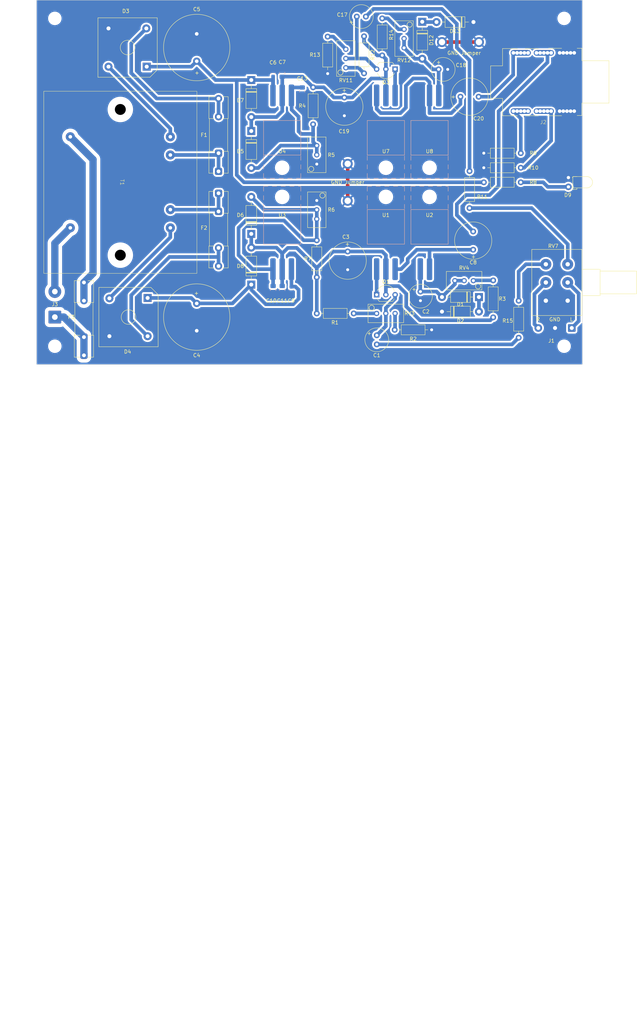
<source format=kicad_pcb>
(kicad_pcb (version 20221018) (generator pcbnew)
  (layers (0 "F.Cu" signal) (31 "B.Cu" signal) (34 "B.Paste" user) (35 "F.Paste" user) (36 "B.SilkS" user "B.Silkscreen") (37 "F.SilkS" user "F.Silkscreen") (38 "B.Mask" user) (39 "F.Mask" user) (44 "Edge.Cuts" user))
  (net 0 "")
  (net 1 "Net-(D1-K)")
  (net 2 "Net-(D1-A)")
  (net 3 "GND")
  (net 4 "Net-(C1-Pad2)")
  (net 5 "Net-(D3-Pad2)")
  (net 6 "Net-(C17-Pad2)")
  (net 7 "/Power Supply/22.9v")
  (net 8 "Net-(D5-A)")
  (net 9 "/Power Supply/+15V (R)")
  (net 10 "Net-(D6-A)")
  (net 11 "Net-(D12-K)")
  (net 12 "Net-(D12-A)")
  (net 13 "Net-(Q1-E)")
  (net 14 "Net-(Q1-B)")
  (net 15 "Net-(Q3-E)")
  (net 16 "Net-(Q3-B)")
  (net 17 "Net-(C8-Pad1)")
  (net 18 "/Right Amplifier Channel/Signal Output")
  (net 19 "/Power Supply/17.3v AC")
  (net 20 "/Left Amplifier Channel/15V")
  (net 21 "Net-(C20-Pad1)")
  (net 22 "/Left Amplifier Channel/Signal Output")
  (net 23 "Net-(J3-Pin_1)")
  (net 24 "Net-(R1-Pad2)")
  (net 25 "Net-(R2-Pad1)")
  (net 26 "Net-(R3-Pad2)")
  (net 27 "Net-(R12-Pad2)")
  (net 28 "Net-(R13-Pad1)")
  (net 29 "Net-(R14-Pad2)")
  (net 30 "/Right Amplifier Channel/Signal Input")
  (net 31 "/Left Amplifier Channel/Signal Input")
  (net 32 "Net-(F1-Pad1)")
  (net 33 "Net-(F2-Pad1)")
  (net 34 "Net-(F3-Pad2)")
  (net 35 "Net-(J3-Pin_2)")
  (net 36 "Net-(J2-PadRN)")
  (net 37 "Net-(J2-PadTN)")
  (net 38 "Net-(D4-+)")
  (net 39 "Net-(D4-Pad2)")
  (net 40 "Net-(D4-Pad4)")
  (net 41 "Net-(D9-A)")
  (net 42 "Net-(J1-Pin_1)")
  (net 43 "Net-(J1-Pin_3)")
  (footprint "Kerrin:Potentiometer_Bourns_3296W_Vertical" (layer "F.Cu") (at 127 105 90)
    (fp_text reference "R6")
    (fp_text value "5K")
  )
  (footprint "Kerrin:Resistor_Axial_0.25W_L6.3mm_D2.5mm_P10.16mm" (layer "F.Cu") (at 127 115.92 -90)
    (fp_text reference "R7")
    (fp_text value "R220")
  )
  (footprint "Kerrin:FrontPanel_LED_D3.0mm_Horizontal_O1.27mm_Z6.0mm" (layer "F.Cu") (at 196.175 101.25 90)
    (fp_text reference "D9")
    (fp_text value "PWR_LED")
  )
  (footprint "Diode_THT:D_DO-41_SOD81_P10.16mm_Horizontal" (layer "F.Cu") (at 109 85.92 -90)
    (fp_text reference "D5")
    (fp_text value "1N4002")
  )
  (footprint "Capacitor_THT:C_Radial_D10.0mm_H12.5mm_P5.00mm" (layer "F.Cu") (at 134.584851 76.724535 -90)
    (fp_text reference "C19")
    (fp_text value "470uF")
  )
  (footprint "Kerrin:Resistor_Axial_0.25W_L6.3mm_D2.5mm_P10.16mm" (layer "F.Cu") (at 127 136)
    (fp_text reference "R1")
    (fp_text value "10K")
  )
  (footprint "Diode_THT:D_DO-41_SOD81_P10.16mm_Horizontal" (layer "F.Cu") (at 109 114.16 90)
    (fp_text reference "D6")
    (fp_text value "1N4002")
  )
  (footprint "Capacitor_THT:C_Radial_D6.3mm_H11.0mm_P2.50mm" (layer "F.Cu") (at 143.5 142 -90)
    (fp_text reference "C1")
    (fp_text value "33uF")
  )
  (footprint "Connector_Wire:SolderWire-0.5sqmm_1x03_P4.6mm_D0.9mm_OD2.1mm" (layer "F.Cu") (at 197.1 140 180)
    (fp_text reference "J1")
    (fp_text value "Signal In")
  )
  (footprint "Kerrin:Resistor_Axial_0.25W_L6.3mm_D2.5mm_P10.16mm" (layer "F.Cu") (at 148.42 140.5)
    (fp_text reference "R2")
    (fp_text value "10K")
  )
  (footprint "Diode_THT:D_DO-41_SOD81_P10.16mm_Horizontal" (layer "F.Cu") (at 109 128.08 90)
    (fp_text reference "D8")
    (fp_text value "1N4002")
  )
  (footprint "Kerrin:Nichicon 4700uF, 35v, 85c - D18.0mm_H35.5mm_P7.50mm" (layer "F.Cu") (at 94 133.25 -90)
    (fp_text reference "C4")
    (fp_text value "4700uF")
  )
  (footprint "Diode_THT:D_DO-41_SOD81_P10.16mm_Horizontal" (layer "F.Cu") (at 161.42 135.5)
    (fp_text reference "D2")
    (fp_text value "1N4001")
  )
  (footprint "MountingHole:MountingHole_3.2mm_M3" (layer "F.Cu") (at 195 145)
    (fp_text reference "REF**" hide)
    (fp_text value "MountingHole_3.2mm_M3" hide)
  )
  (footprint "Diode_THT:Diode_Bridge_Vishay_KBPC1" (layer "F.Cu") (at 80.5 131.75 -90)
    (fp_text reference "D4")
    (fp_text value "R Rectifier")
  )
  (footprint "Kerrin:Resistor_Axial_0.25W_L6.3mm_D2.5mm_P10.16mm" (layer "F.Cu") (at 145 65.16 90)
    (fp_text reference "R14")
    (fp_text value "15K")
  )
  (footprint "Kerrin:Myrra_44274_15v_10VA_Transformer" (layer "F.Cu") (at 73 100 -90)
    (fp_text reference "T1")
    (fp_text value "Myrra_41176_15v_10VA_Transformer")
  )
  (footprint "Kerrin:Potentiometer_Bourns_3296W_Vertical" (layer "F.Cu") (at 135 68.55 -90)
    (fp_text reference "RV11")
    (fp_text value "10K")
  )
  (footprint "Kerrin:Resistor_Axial_0.25W_L6.3mm_D2.5mm_P10.16mm" (layer "F.Cu") (at 182.5 132.5 -90)
    (fp_text reference "R15")
    (fp_text value "1R")
  )
  (footprint "Diode_THT:D_DO-41_SOD81_P10.16mm_Horizontal" (layer "F.Cu") (at 156 55.92 -90)
    (fp_text reference "D12")
    (fp_text value "1N4001")
  )
  (footprint "Connector_Wire:SolderWire-0.75sqmm_1x02_P7mm_D1.25mm_OD3.5mm" (layer "F.Cu") (at 55 137 90)
    (fp_text reference "J3")
    (fp_text value "Mains Input")
  )
  (footprint "Kerrin:Resistor_Axial_0.25W_L6.3mm_D2.5mm_P10.16mm" (layer "F.Cu") (at 183.08 92 180)
    (fp_text reference "R9")
    (fp_text value "1K")
  )
  (footprint "Kerrin:Amazon_Fuseholder-5x20mm_Littelfuse_111_Inline_P20.00x5.00mm_D1.05mm" (layer "F.Cu") (at 100 103 -90)
    (fp_text reference "F2")
    (fp_text value "Fuse")
  )
  (footprint "Kerrin:Resistor_Axial_0.25W_L6.3mm_D2.5mm_P10.16mm" (layer "F.Cu") (at 183.08 100 180)
    (fp_text reference "R8")
    (fp_text value "2K")
  )
  (footprint "MountingHole:MountingHole_3.2mm_M3" (layer "F.Cu") (at 55 145)
    (fp_text reference "REF**" hide)
    (fp_text value "MountingHole_3.2mm_M3" hide)
  )
  (footprint "Kerrin:Nichicon 4700uF, 35v, 85c - D18.0mm_H35.5mm_P7.50mm" (layer "F.Cu") (at 94 66.75 90)
    (fp_text reference "C5")
    (fp_text value "4700uF")
  )
  (footprint "Kerrin:Resistor_Axial_0.25W_L6.3mm_D2.5mm_P10.16mm" (layer "F.Cu") (at 140 59.92 -90)
    (fp_text reference "R12")
    (fp_text value "10K")
  )
  (footprint "Kerrin:Resistor_Axial_0.25W_L6.3mm_D2.5mm_P10.16mm" (layer "F.Cu") (at 130 60 -90)
    (fp_text reference "R13")
    (fp_text value "10K")
  )
  (footprint "Capacitor_THT:C_Radial_D6.3mm_H11.0mm_P2.50mm" (layer "F.Cu") (at 155.5 130 -90)
    (fp_text reference "C2")
    (fp_text value "33uF")
  )
  (footprint "Kerrin:Resistor_Axial_0.25W_L6.3mm_D2.5mm_P10.16mm" (layer "F.Cu") (at 175.5 137.08 90)
    (fp_text reference "R3")
    (fp_text value "15K")
  )
  (footprint "Kerrin:Amazon_Fuseholder-5x20mm_Littelfuse_111_Inline_P20.00x5.00mm_D1.05mm" (layer "F.Cu") (at 100 97 90)
    (fp_text reference "F1")
    (fp_text value "Fuse")
  )
  (footprint "Capacitor_THT:C_Radial_D10.0mm_H12.5mm_P5.00mm" (layer "F.Cu") (at 135.5 119 -90)
    (fp_text reference "C3")
    (fp_text value "470uF")
  )
  (footprint "Kerrin:Potentiometer_Bourns_3296W_Vertical" (layer "F.Cu") (at 143.45 136 180)
    (fp_text reference "RV3")
    (fp_text value "10K")
  )
  (footprint "Diode_THT:D_DO-41_SOD81_P10.16mm_Horizontal" (layer "F.Cu") (at 109 71.92 -90)
    (fp_text reference "D7")
    (fp_text value "1N4002")
  )
  (footprint "Diode_THT:D_DO-41_SOD81_P10.16mm_Horizontal" (layer "F.Cu") (at 171.58 131.5 180)
    (fp_text reference "D1")
    (fp_text value "1N4001")
  )
  (footprint "Kerrin:Potentiometer_Bourns_3296W_Vertical" (layer "F.Cu") (at 127 95 -90)
    (fp_text reference "R5")
    (fp_text value "5K")
  )
  (footprint "Connector_Wire:SolderWire-1sqmm_1x02_P5.4mm_D1.4mm_OD2.7mm" (layer "F.Cu") (at 135.5 105.08 90)
    (fp_text reference "GND Jumper")
    (fp_text value "SolderWire-1sqmm_1x02_P5.4mm_D1.4mm_OD2.7mm" hide)
  )
  (footprint "MountingHole:MountingHole_3.2mm_M3" (layer "F.Cu") (at 195 55)
    (fp_text reference "REF**" hide)
    (fp_text value "MountingHole_3.2mm_M3" hide)
  )
  (footprint "Capacitor_THT:C_Radial_D10.0mm_H12.5mm_P5.00mm" (layer "F.Cu") (at 170 118.5 90)
    (fp_text reference "C8")
    (fp_text value "470uF")
  )
  (footprint "Kerrin:Resistor_Axial_0.25W_L6.3mm_D2.5mm_P10.16mm" (layer "F.Cu") (at 126 84.08 90)
    (fp_text reference "R4")
    (fp_text value "R220")
  )
  (footprint "Package_TO_SOT_THT:TO-92_Inline_Wide" (layer "F.Cu") (at 143.46 130.86)
    (fp_text reference "Q1")
    (fp_text value "2SC1815")
  )
  (footprint "Kerrin:Resistor_Axial_0.25W_L6.3mm_D2.5mm_P10.16mm" (layer "F.Cu") (at 169 107.08 90)
    (fp_text reference "R11")
    (fp_text value "1R")
  )
  (footprint "Capacitor_THT:C_Radial_D6.3mm_H11.0mm_P2.50mm" (layer "F.Cu") (at 160.5 69)
    (fp_text reference "C18")
    (fp_text value "33uF")
  )
  (footprint "Kerrin:NMJ6HC-S" (layer "F.Cu") (at 189.425771 72.462797)
    (fp_text reference "J2")
    (fp_text value "Signal Output")
  )
  (footprint "Kerrin:Potentiometer_Bourns_3296W_Vertical" (layer "F.Cu") (at 170.05 127)
    (fp_text reference "RV4")
    (fp_text value "10K")
  )
  (footprint "Kerrin:Amazon_Fuseholder-5x20mm_Littelfuse_111_Inline_P20.00x5.00mm_D1.05mm" (layer "F.Cu") (at 63 147.5 90)
    (fp_text reference "F3")
    (fp_text value "Fuse")
  )
  (footprint "MountingHole:MountingHole_3.2mm_M3" (layer "F.Cu") (at 55 55)
    (fp_text reference "REF**" hide)
    (fp_text value "MountingHole_3.2mm_M3" hide)
  )
  (footprint "Kerrin:Dual_Potentiometer_Horizontal" (layer "F.Cu") (at 195.975 132.5 180)
    (fp_text reference "RV7")
    (fp_text value "Dual 100K Vol Pot")
  )
  (footprint "Kerrin:Potentiometer_Bourns_3296W_Vertical" (layer "F.Cu") (at 151 58 90)
    (fp_text reference "RV12")
    (fp_text value "10K")
  )
  (footprint "Connector_Wire:SolderWire-1sqmm_1x02_P5.4mm_D1.4mm_OD2.7mm" (layer "F.Cu") (at 171.58 61.5 180)
    (fp_text reference "GND Jumper")
    (fp_text value "SolderWire-1sqmm_1x02_P5.4mm_D1.4mm_OD2.7mm" hide)
  )
  (footprint "Capacitor_THT:C_Radial_D10.0mm_H12.5mm_P5.00mm" (layer "F.Cu") (at 166.5 76.5)
    (fp_text reference "C20")
    (fp_text value "470uF")
  )
  (footprint "Diode_THT:D_DO-41_SOD81_P10.16mm_Horizontal" (layer "F.Cu") (at 170.08 56 180)
    (fp_text reference "D13")
    (fp_text value "1N4001")
  )
  (footprint "Capacitor_THT:C_Radial_D6.3mm_H11.0mm_P2.50mm" (layer "F.Cu") (at 138 54.5)
    (fp_text reference "C17")
    (fp_text value "33uF")
  )
  (footprint "Kerrin:Resistor_Axial_0.25W_L6.3mm_D2.5mm_P10.16mm" (layer "F.Cu") (at 183.08 96 180)
    (fp_text reference "R10")
    (fp_text value "1K")
  )
  (footprint "Diode_THT:Diode_Bridge_Vishay_KBPC1" (layer "F.Cu") (at 80.25 68.25 180)
    (fp_text reference "D3")
    (fp_text value "L Rectifier")
  )
  (footprint "Package_TO_SOT_THT:TO-92_Inline_Wide" (layer "F.Cu") (at 148.54 68.937355 180)
    (fp_text reference "Q3")
    (fp_text value "2SC1815")
  )
  (footprint "Kerrin:TO-220-3_Horizontal_TabUp_FlatLegs" (layer "B.Cu") (at 146 83.15 180)
    (fp_text reference "U7")
    (fp_text value "TIP31C")
  )
  (footprint "Capacitor_SMD:C_0805_2012Metric_Pad1.18x1.45mm_HandSolder" (layer "B.Cu") (at 123 75 -90)
    (fp_text reference "C13")
    (fp_text value "22uF")
  )
  (footprint "Kerrin:TO-220-3_Horizontal_TabUp_FlatLegs" (layer "B.Cu") (at 146 116.85)
    (fp_text reference "U1")
    (fp_text value "TIP31C")
  )
  (footprint "Kerrin:TO-220-3_Horizontal_TabUp_FlatLegs" (layer "B.Cu") (at 117.5 116.851853)
    (fp_text reference "U3")
    (fp_text value "LM317")
  )
  (footprint "Capacitor_SMD:C_0603_1608Metric_Pad1.08x0.95mm_HandSolder" (layer "B.Cu") (at 115 70.1375 90)
    (fp_text reference "C6")
    (fp_text value "0.1uF")
  )
  (footprint "Capacitor_SMD:C_0805_2012Metric_Pad1.18x1.45mm_HandSolder" (layer "B.Cu") (at 117.5 70 90)
    (fp_text reference "C7")
    (fp_text value "1uF")
  )
  (footprint "Capacitor_SMD:C_0603_1608Metric_Pad1.08x0.95mm_HandSolder" (layer "B.Cu") (at 120 129.5 -90)
    (fp_text reference "C9")
    (fp_text value "0.1uF")
  )
  (footprint "Kerrin:TO-220-3_Horizontal_TabUp_FlatLegs" (layer "B.Cu") (at 158 116.85)
    (fp_text reference "U2")
    (fp_text value "TIP31C")
  )
  (footprint "Capacitor_SMD:C_0805_2012Metric_Pad1.18x1.45mm_HandSolder" (layer "B.Cu") (at 115 129.5 -90)
    (fp_text reference "C10")
    (fp_text value "22uF")
  )
  (footprint "Kerrin:TO-220-3_Horizontal_TabUp_FlatLegs" (layer "B.Cu") (at 117.5 83.15 180)
    (fp_text reference "U4")
    (fp_text value "LM317")
  )
  (footprint "Capacitor_SMD:C_0805_2012Metric_Pad1.18x1.45mm_HandSolder" (layer "B.Cu") (at 117.5 129.5 -90)
    (fp_text reference "C11")
    (fp_text value "1uF")
  )
  (footprint "Kerrin:TO-220-3_Horizontal_TabUp_FlatLegs" (layer "B.Cu") (at 158 83.15 180)
    (fp_text reference "U8")
    (fp_text value "TIP31C")
  )
  (gr_circle (center 128.556957 103.63043) (end 129.056957 104.13043) (stroke (width 0.15)) (fill none) (layer "F.SilkS"))
  (gr_circle (center 133.511592 69.843693) (end 134.011592 70.343693) (stroke (width 0.15)) (fill none) (layer "F.SilkS"))
  (gr_circle (center 125.477951 96.338048) (end 125.977951 96.838048) (stroke (width 0.15)) (fill none) (layer "F.SilkS"))
  (gr_circle (center 142.090999 134.456442) (end 142.590999 134.956442) (stroke (width 0.15)) (fill none) (layer "F.SilkS"))
  (gr_circle (center 171.347078 128.559421) (end 171.847078 129.059421) (stroke (width 0.15)) (fill none) (layer "F.SilkS"))
  (gr_circle (center 152.54257 56.703103) (end 153.04257 57.203103) (stroke (width 0.15)) (fill none) (layer "F.SilkS"))
  (gr_rect (start 50 50) (end 200 150) (stroke (width 0.1)) (fill none) (layer "Edge.Cuts"))
  (gr_text "L" (at 196.523603 138.245075) (layer "F.SilkS") (effects (font (size 1 1)) (justify left bottom)))
  (gr_text "GND" (at 190.825747 138.241679) (layer "F.SilkS") (effects (font (size 1 1)) (justify left bottom)))
  (gr_text "R" (at 187.225746 138.200623) (layer "F.SilkS") (effects (font (size 1 1)) (justify left bottom)))
  (segment (start 171.58 131.5) (end 171.58 135.5) (width 1) (layer "B.Cu") (net 1))
  (segment (start 155.46 123.85) (end 155.46 129.96) (width 1) (layer "B.Cu") (net 2))
  (segment (start 167.51 127) (end 164.97 127) (width 1) (layer "B.Cu") (net 2))
  (segment (start 164.97 127) (end 164.97 127.95) (width 1) (layer "B.Cu") (net 2))
  (segment (start 159.92 130) (end 155.5 130) (width 1) (layer "B.Cu") (net 2))
  (segment (start 155.46 129.96) (end 155.5 130) (width 1) (layer "B.Cu") (net 2))
  (segment (start 164.97 127.95) (end 161.42 131.5) (width 1) (layer "B.Cu") (net 2))
  (segment (start 161.42 131.5) (end 159.92 130) (width 1) (layer "B.Cu") (net 2))
  (segment (start 135.5 94.92) (end 135.5 105.08) (width 1) (layer "F.Cu") (net 3))
  (segment (start 161.42 61.5) (end 171.58 61.5) (width 1) (layer "F.Cu") (net 3))
  (segment (start 180.66 144.5) (end 182.5 142.66) (width 1) (layer "B.Cu") (net 4))
  (segment (start 143.5 144.5) (end 180.66 144.5) (width 1) (layer "B.Cu") (net 4))
  (segment (start 83 77) (end 100 77) (width 1) (layer "B.Cu") (net 5))
  (segment (start 100 82) (end 100 77) (width 1) (layer "B.Cu") (net 5))
  (segment (start 76 70) (end 83 77) (width 1) (layer "B.Cu") (net 5))
  (segment (start 76 61.9) (end 76 70) (width 1) (layer "B.Cu") (net 5))
  (segment (start 80.15 57.75) (end 76 61.9) (width 1) (layer "B.Cu") (net 5))
  (segment (start 165.5 63) (end 169 66.5) (width 1) (layer "B.Cu") (net 6))
  (segment (start 169 66.5) (end 169 96.92) (width 1) (layer "B.Cu") (net 6))
  (segment (start 142.613795 52.386205) (end 161.386205 52.386205) (width 1) (layer "B.Cu") (net 6))
  (segment (start 140.5 54.5) (end 142.613795 52.386205) (width 1) (layer "B.Cu") (net 6))
  (segment (start 165.5 56.5) (end 165.5 63) (width 1) (layer "B.Cu") (net 6))
  (segment (start 161.386205 52.386205) (end 165.5 56.5) (width 1) (layer "B.Cu") (net 6))
  (segment (start 115 76.11) (end 114.96 76.15) (width 1) (layer "B.Cu") (net 7))
  (segment (start 109 71.92) (end 114.92 71.92) (width 1) (layer "B.Cu") (net 7))
  (segment (start 105 71.92) (end 109 71.92) (width 1) (layer "B.Cu") (net 7))
  (segment (start 114.92 71.92) (end 114.96 71.96) (width 1) (layer "B.Cu") (net 7))
  (segment (start 114.96 71.96) (end 114.96 76.15) (width 1) (layer "B.Cu") (net 7))
  (segment (start 105 71.92) (end 105 98) (width 1) (layer "B.Cu") (net 7))
  (segment (start 99.17 71.92) (end 105 71.92) (width 1) (layer "B.Cu") (net 7))
  (segment (start 115 71) (end 115 76.11) (width 1) (layer "B.Cu") (net 7))
  (segment (start 92.5 68.25) (end 94 66.75) (width 1) (layer "B.Cu") (net 7))
  (segment (start 107 100) (end 172.92 100) (width 1) (layer "B.Cu") (net 7))
  (segment (start 94 66.75) (end 99.17 71.92) (width 1) (layer "B.Cu") (net 7))
  (segment (start 105 98) (end 107 100) (width 1) (layer "B.Cu") (net 7))
  (segment (start 80.25 68.25) (end 92.5 68.25) (width 1) (layer "B.Cu") (net 7))
  (segment (start 122 86) (end 122.719747 86.719747) (width 1) (layer "B.Cu") (net 8))
  (segment (start 109 96.08) (end 110.92 96.08) (width 1) (layer "B.Cu") (net 8))
  (segment (start 117.08 89.92) (end 127 89.92) (width 1) (layer "B.Cu") (net 8))
  (segment (start 122.719747 86.719747) (end 126 86.719747) (width 1) (layer "B.Cu") (net 8))
  (segment (start 121.918616 73.9625) (end 121.918555 73.962439) (width 1) (layer "B.Cu") (net 8))
  (segment (start 121.918555 73.962439) (end 120.161717 73.962439) (width 1) (layer "B.Cu") (net 8))
  (segment (start 123 73.9625) (end 121.918616 73.9625) (width 1) (layer "B.Cu") (net 8))
  (segment (start 126 86.719747) (end 126 88.92) (width 1) (layer "B.Cu") (net 8))
  (segment (start 126 88.92) (end 127 89.92) (width 1) (layer "B.Cu") (net 8))
  (segment (start 126 84.08) (end 126 86.719747) (width 1) (layer "B.Cu") (net 8))
  (segment (start 120.10165 80.083672) (end 122 81.982022) (width 1) (layer "B.Cu") (net 8))
  (segment (start 110.92 96.08) (end 117.08 89.92) (width 1) (layer "B.Cu") (net 8))
  (segment (start 122 81.982022) (end 122 86) (width 1) (layer "B.Cu") (net 8))
  (segment (start 120.10165 73.962439) (end 120.10165 80.083672) (width 1) (layer "B.Cu") (net 8))
  (segment (start 127 89.92) (end 127 92.46) (width 1) (layer "B.Cu") (net 8))
  (segment (start 121.5 118) (end 127 123.5) (width 1) (layer "B.Cu") (net 9))
  (segment (start 117.5 123.851853) (end 117.5 128.4625) (width 1) (layer "B.Cu") (net 9))
  (segment (start 127 123.5) (end 127 126.08) (width 1) (layer "B.Cu") (net 9))
  (segment (start 135.5 119) (end 131.5 119) (width 1) (layer "B.Cu") (net 9))
  (segment (start 109 117.92) (end 115.92 117.92) (width 1) (layer "B.Cu") (net 9))
  (segment (start 174.700001 137.879999) (end 175.5 137.08) (width 1) (layer "B.Cu") (net 9))
  (segment (start 131.5 119) (end 127 123.5) (width 1) (layer "B.Cu") (net 9))
  (segment (start 109 114.16) (end 109 117.92) (width 1) (layer "B.Cu") (net 9))
  (segment (start 117.5 119.5) (end 115.92 117.92) (width 1) (layer "B.Cu") (net 9))
  (segment (start 145 119) (end 146 120) (width 1) (layer "B.Cu") (net 9))
  (segment (start 151.598533 130.598533) (end 151.598533 134.098533) (width 1) (layer "B.Cu") (net 9))
  (segment (start 117.5 119.547733) (end 119.047733 118) (width 1) (layer "B.Cu") (net 9))
  (segment (start 146 120) (end 146 123.85) (width 1) (layer "B.Cu") (net 9))
  (segment (start 149.494325 128.494325) (end 151.598533 130.598533) (width 1) (layer "B.Cu") (net 9))
  (segment (start 146 128) (end 146.494325 128.494325) (width 1) (layer "B.Cu") (net 9))
  (segment (start 117.5 123.851853) (end 117.5 119.547733) (width 1) (layer "B.Cu") (net 9))
  (segment (start 146.494325 128.494325) (end 149.494325 128.494325) (width 1) (layer "B.Cu") (net 9))
  (segment (start 146 128) (end 146 130.86) (width 1) (layer "B.Cu") (net 9))
  (segment (start 127 126.08) (end 127 136) (width 1) (layer "B.Cu") (net 9))
  (segment (start 135.5 119) (end 145 119) (width 1) (layer "B.Cu") (net 9))
  (segment (start 117.5 123.851853) (end 117.5 119.5) (width 1) (layer "B.Cu") (net 9))
  (segment (start 146 123.85) (end 146 128) (width 1) (layer "B.Cu") (net 9))
  (segment (start 151.598533 134.098533) (end 155.379999 137.879999) (width 1) (layer "B.Cu") (net 9))
  (segment (start 155.379999 137.879999) (end 174.700001 137.879999) (width 1) (layer "B.Cu") (net 9))
  (segment (start 119.047733 118) (end 121.5 118) (width 1) (layer "B.Cu") (net 9))
  (segment (start 118 110.5) (end 107.5 110.5) (width 1) (layer "B.Cu") (net 10))
  (segment (start 112.54 107.54) (end 127 107.54) (width 1) (layer "B.Cu") (net 10))
  (segment (start 127 115.92) (end 123.42 115.92) (width 1) (layer "B.Cu") (net 10))
  (segment (start 127 107.54) (end 127 115.92) (width 1) (layer "B.Cu") (net 10))
  (segment (start 109.351853 123.851853) (end 114.96 123.851853) (width 1) (layer "B.Cu") (net 10))
  (segment (start 123.42 115.92) (end 118 110.5) (width 1) (layer "B.Cu") (net 10))
  (segment (start 107.5 110.5) (end 105.5 112.5) (width 1) (layer "B.Cu") (net 10))
  (segment (start 105.5 120) (end 109.351853 123.851853) (width 1) (layer "B.Cu") (net 10))
  (segment (start 115 123.891853) (end 114.96 123.851853) (width 1) (layer "B.Cu") (net 10))
  (segment (start 115 128.4625) (end 115 123.891853) (width 1) (layer "B.Cu") (net 10))
  (segment (start 105.5 112.5) (end 105.5 120) (width 1) (layer "B.Cu") (net 10))
  (segment (start 109 104) (end 112.54 107.54) (width 1) (layer "B.Cu") (net 10))
  (segment (start 156.08 56) (end 156 55.92) (width 1) (layer "B.Cu") (net 11))
  (segment (start 159.92 56) (end 156.08 56) (width 1) (layer "B.Cu") (net 11))
  (segment (start 160.5 69) (end 158.92 69) (width 1) (layer "B.Cu") (net 12))
  (segment (start 154 66.08) (end 151 63.08) (width 1) (layer "B.Cu") (net 12))
  (segment (start 160.5 76.11) (end 160.54 76.15) (width 1) (layer "B.Cu") (net 12))
  (segment (start 156 66.08) (end 154 66.08) (width 1) (layer "B.Cu") (net 12))
  (segment (start 158.92 69) (end 156 66.08) (width 1) (layer "B.Cu") (net 12))
  (segment (start 151 60.54) (end 151 63.08) (width 1) (layer "B.Cu") (net 12))
  (segment (start 160.5 69) (end 160.5 76.11) (width 1) (layer "B.Cu") (net 12))
  (segment (start 143.46 130.86) (end 143.46 123.85) (width 1) (layer "B.Cu") (net 13))
  (segment (start 145.99 136) (end 145.99 139.51) (width 1) (layer "B.Cu") (net 14))
  (segment (start 148.54 131.96) (end 145.99 134.51) (width 1) (layer "B.Cu") (net 14))
  (segment (start 148.54 130.86) (end 148.54 131.96) (width 1) (layer "B.Cu") (net 14))
  (segment (start 143.5 142) (end 145.99 139.51) (width 1) (layer "B.Cu") (net 14))
  (segment (start 145.99 134.51) (end 145.99 136) (width 1) (layer "B.Cu") (net 14))
  (segment (start 148.54 76.15) (end 148.54 68.937355) (width 1) (layer "B.Cu") (net 15))
  (segment (start 138 66.01) (end 135 66.01) (width 1) (layer "B.Cu") (net 16))
  (segment (start 138 66.01) (end 138 54.5) (width 1) (layer "B.Cu") (net 16))
  (segment (start 140.532645 66.01) (end 140 66.01) (width 1) (layer "B.Cu") (net 16))
  (segment (start 143.46 68.937355) (end 140.532645 66.01) (width 1) (layer "B.Cu") (net 16))
  (segment (start 140 66.01) (end 138 66.01) (width 1) (layer "B.Cu") (net 16))
  (segment (start 148.54 123.85) (end 150.15 123.85) (width 1) (layer "B.Cu") (net 17))
  (segment (start 152 122) (end 152 121) (width 1) (layer "B.Cu") (net 17))
  (segment (start 150.15 123.85) (end 152 122) (width 1) (layer "B.Cu") (net 17))
  (segment (start 158 118.5) (end 158 123.85) (width 1) (layer "B.Cu") (net 17))
  (segment (start 158 118.5) (end 170 118.5) (width 1) (layer "B.Cu") (net 17))
  (segment (start 154.5 118.5) (end 158 118.5) (width 1) (layer "B.Cu") (net 17))
  (segment (start 152 121) (end 154.5 118.5) (width 1) (layer "B.Cu") (net 17))
  (segment (start 177 101) (end 177 80.5) (width 1) (layer "B.Cu") (net 18))
  (segment (start 190.425771 67.074229) (end 190.425771 64.462797) (width 1) (layer "B.Cu") (net 18))
  (segment (start 177 80.5) (end 190.425771 67.074229) (width 1) (layer "B.Cu") (net 18))
  (segment (start 168 103.5) (end 174.5 103.5) (width 1) (layer "B.Cu") (net 18))
  (segment (start 165.5 106) (end 168 103.5) (width 1) (layer "B.Cu") (net 18))
  (segment (start 165.5 109) (end 165.5 106) (width 1) (layer "B.Cu") (net 18))
  (segment (start 170 113.5) (end 165.5 109) (width 1) (layer "B.Cu") (net 18))
  (segment (start 174.5 103.5) (end 177 101) (width 1) (layer "B.Cu") (net 18))
  (segment (start 86.75 87.5) (end 86.75 85.25) (width 1) (layer "B.Cu") (net 19))
  (segment (start 86.75 85.25) (end 69.75 68.25) (width 1) (layer "B.Cu") (net 19))
  (segment (start 117.54 80.46) (end 117.516816 80.436816) (width 1) (layer "B.Cu") (net 20))
  (segment (start 131.724535 76.724535) (end 128.92 73.92) (width 1) (layer "B.Cu") (net 20))
  (segment (start 146 72) (end 145.5 71.5) (width 1) (layer "B.Cu") (net 20))
  (segment (start 128.92 73.92) (end 126 73.92) (width 1) (layer "B.Cu") (net 20))
  (segment (start 115.92 82.08) (end 109 82.08) (width 1) (layer "B.Cu") (net 20))
  (segment (start 136.775465 76.724535) (end 134.584851 76.724535) (width 1) (layer "B.Cu") (net 20))
  (segment (start 117.516816 80.436816) (end 117.516816 70.97968) (width 1) (layer "B.Cu") (net 20))
  (segment (start 142 71.5) (end 136.775465 76.724535) (width 1) (layer "B.Cu") (net 20))
  (segment (start 145.5 71.5) (end 142 71.5) (width 1) (layer "B.Cu") (net 20))
  (segment (start 143.6236 65.16) (end 145 65.16) (width 1) (layer "B.Cu") (net 20))
  (segment (start 117.54 80.46) (end 115.92 82.08) (width 1) (layer "B.Cu") (net 20))
  (segment (start 140 61.5364) (end 143.6236 65.16) (width 1) (layer "B.Cu") (net 20))
  (segment (start 145 65.16) (end 146 66.16) (width 1) (layer "B.Cu") (net 20))
  (segment (start 109 82.08) (end 109 85.92) (width 1) (layer "B.Cu") (net 20))
  (segment (start 146 68.937355) (end 146 72) (width 1) (layer "B.Cu") (net 20))
  (segment (start 146 66.16) (end 146 68.937355) (width 1) (layer "B.Cu") (net 20))
  (segment (start 134.584851 76.724535) (end 131.724535 76.724535) (width 1) (layer "B.Cu") (net 20))
  (segment (start 140 59.92) (end 140 61.5364) (width 1) (layer "B.Cu") (net 20))
  (segment (start 117.516816 70.97968) (end 123.05968 70.97968) (width 1) (layer "B.Cu") (net 20))
  (segment (start 146 76.15) (end 146 72) (width 1) (layer "B.Cu") (net 20))
  (segment (start 123.05968 70.97968) (end 126 73.92) (width 1) (layer "B.Cu") (net 20))
  (segment (start 158 76.15) (end 158 72.5) (width 1) (layer "B.Cu") (net 21))
  (segment (start 144.593265 81) (end 143.46 79.866735) (width 1) (layer "B.Cu") (net 21))
  (segment (start 158 76.15) (end 158 81) (width 1) (layer "B.Cu") (net 21))
  (segment (start 164 81) (end 166.5 78.5) (width 1) (layer "B.Cu") (net 21))
  (segment (start 157 71.5) (end 153.5 71.5) (width 1) (layer "B.Cu") (net 21))
  (segment (start 158 72.5) (end 157 71.5) (width 1) (layer "B.Cu") (net 21))
  (segment (start 151.5 79.5) (end 150 81) (width 1) (layer "B.Cu") (net 21))
  (segment (start 153.5 71.5) (end 151.5 73.5) (width 1) (layer "B.Cu") (net 21))
  (segment (start 151.5 73.5) (end 151.5 79.5) (width 1) (layer "B.Cu") (net 21))
  (segment (start 164 81) (end 158 81) (width 1) (layer "B.Cu") (net 21))
  (segment (start 166.5 78.5) (end 166.5 76.5) (width 1) (layer "B.Cu") (net 21))
  (segment (start 150 81) (end 144.593265 81) (width 1) (layer "B.Cu") (net 21))
  (segment (start 143.46 79.866735) (end 143.46 76.15) (width 1) (layer "B.Cu") (net 21))
  (segment (start 181 70.5) (end 181 64.538568) (width 1) (layer "B.Cu") (net 22))
  (segment (start 171.5 76.5) (end 175 76.5) (width 1) (layer "B.Cu") (net 22))
  (segment (start 181 64.538568) (end 181.075771 64.462797) (width 1) (layer "B.Cu") (net 22))
  (segment (start 175 76.5) (end 181 70.5) (width 1) (layer "B.Cu") (net 22))
  (segment (start 57.5 137) (end 63 142.5) (width 2) (layer "B.Cu") (net 23))
  (segment (start 55 137) (end 57.5 137) (width 2) (layer "B.Cu") (net 23))
  (segment (start 63 142.5) (end 63 147.5) (width 2) (layer "B.Cu") (net 23))
  (segment (start 137.16 136) (end 143.45 136) (width 1) (layer "B.Cu") (net 24))
  (segment (start 148.53 136) (end 148.53 140.39) (width 1) (layer "B.Cu") (net 25))
  (segment (start 148.53 140.39) (end 148.42 140.5) (width 1) (layer "B.Cu") (net 25))
  (segment (start 175.5 126.92) (end 170.13 126.92) (width 1) (layer "B.Cu") (net 26))
  (segment (start 170.13 126.92) (end 170.05 127) (width 1) (layer "B.Cu") (net 26))
  (segment (start 135 68.55) (end 138.47 68.55) (width 1) (layer "B.Cu") (net 27))
  (segment (start 138.47 68.55) (end 140 70.08) (width 1) (layer "B.Cu") (net 27))
  (segment (start 131.53 60) (end 135 63.47) (width 1) (layer "B.Cu") (net 28))
  (segment (start 130 60) (end 131.53 60) (width 1) (layer "B.Cu") (net 28))
  (segment (start 145 55) (end 146.5 55) (width 1) (layer "B.Cu") (net 29))
  (segment (start 146.5 55) (end 149.5 58) (width 1) (layer "B.Cu") (net 29))
  (segment (start 149.5 58) (end 151 58) (width 1) (layer "B.Cu") (net 29))
  (segment (start 182.5 124.5) (end 184.5 122.5) (width 1) (layer "B.Cu") (net 30))
  (segment (start 182.5 132.5) (end 182.5 124.5) (width 1) (layer "B.Cu") (net 30))
  (segment (start 184.5 122.5) (end 189.975 122.5) (width 1) (layer "B.Cu") (net 30))
  (segment (start 196 122.475) (end 196 117) (width 1) (layer "B.Cu") (net 31))
  (segment (start 186.08 107.08) (end 169 107.08) (width 1) (layer "B.Cu") (net 31))
  (segment (start 196 117) (end 186.08 107.08) (width 1) (layer "B.Cu") (net 31))
  (segment (start 195.975 122.5) (end 196 122.475) (width 1) (layer "B.Cu") (net 31))
  (segment (start 100 92) (end 100 97) (width 1) (layer "B.Cu") (net 32))
  (segment (start 86.75 92.5) (end 99.5 92.5) (width 1) (layer "B.Cu") (net 32))
  (segment (start 99.5 92.5) (end 100 92) (width 1) (layer "B.Cu") (net 32))
  (segment (start 100 108) (end 100 103) (width 1) (layer "B.Cu") (net 33))
  (segment (start 86.75 107.5) (end 99.5 107.5) (width 1) (layer "B.Cu") (net 33))
  (segment (start 99.5 107.5) (end 100 108) (width 1) (layer "B.Cu") (net 33))
  (segment (start 63 127.5) (end 65 125.5) (width 2) (layer "B.Cu") (net 34))
  (segment (start 63 132.5) (end 63 127.5) (width 2) (layer "B.Cu") (net 34))
  (segment (start 65.5 125) (end 65 125.5) (width 2) (layer "B.Cu") (net 34))
  (segment (start 65.5 93.75) (end 65.5 125) (width 2) (layer "B.Cu") (net 34))
  (segment (start 59.25 87.5) (end 65.5 93.75) (width 2) (layer "B.Cu") (net 34))
  (segment (start 55 130) (end 55 116.75) (width 2) (layer "B.Cu") (net 35))
  (segment (start 55 116.75) (end 59.25 112.5) (width 2) (layer "B.Cu") (net 35))
  (segment (start 183.08 96) (end 184 96) (width 1) (layer "B.Cu") (net 36))
  (segment (start 184 96) (end 191.425771 88.574229) (width 1) (layer "B.Cu") (net 36))
  (segment (start 191.425771 88.574229) (end 191.425771 80.462797) (width 1) (layer "B.Cu") (net 36))
  (segment (start 183.08 82.467026) (end 181.075771 80.462797) (width 1) (layer "B.Cu") (net 37))
  (segment (start 183.08 92) (end 183.08 82.467026) (width 1) (layer "B.Cu") (net 37))
  (segment (start 113 133.5) (end 109 129.5) (width 1) (layer "B.Cu") (net 38))
  (segment (start 109 129.5) (end 109 128.08) (width 1) (layer "B.Cu") (net 38))
  (segment (start 120.5 133.5) (end 113 133.5) (width 1) (layer "B.Cu") (net 38))
  (segment (start 122 132) (end 120.5 133.5) (width 1) (layer "B.Cu") (net 38))
  (segment (start 103.83 133.25) (end 109 128.08) (width 1) (layer "B.Cu") (net 38))
  (segment (start 94 133.25) (end 103.83 133.25) (width 1) (layer "B.Cu") (net 38))
  (segment (start 80.5 131.75) (end 92.5 131.75) (width 1) (layer "B.Cu") (net 38))
  (segment (start 122 129.5) (end 122 132) (width 1) (layer "B.Cu") (net 38))
  (segment (start 120 128.6375) (end 121.1375 128.6375) (width 1) (layer "B.Cu") (net 38))
  (segment (start 121.1375 128.6375) (end 122 129.5) (width 1) (layer "B.Cu") (net 38))
  (segment (start 120.04 128.5975) (end 120 128.6375) (width 1) (layer "B.Cu") (net 38))
  (segment (start 120.04 123.851853) (end 120.04 128.5975) (width 1) (layer "B.Cu") (net 38))
  (segment (start 92.5 131.75) (end 94 133.25) (width 1) (layer "B.Cu") (net 38))
  (segment (start 86.75 115.1) (end 86.75 112.5) (width 1) (layer "B.Cu") (net 39))
  (segment (start 70 131.85) (end 86.75 115.1) (width 1) (layer "B.Cu") (net 39))
  (segment (start 100 120.5) (end 100 123) (width 1) (layer "B.Cu") (net 40))
  (segment (start 80.5 142.25) (end 76 137.75) (width 1) (layer "B.Cu") (net 40))
  (segment (start 76 131) (end 86.5 120.5) (width 1) (layer "B.Cu") (net 40))
  (segment (start 100 118) (end 100 120.5) (width 1) (layer "B.Cu") (net 40))
  (segment (start 86.5 120.5) (end 100 120.5) (width 1) (layer "B.Cu") (net 40))
  (segment (start 76 137.75) (end 76 131) (width 1) (layer "B.Cu") (net 40))
  (segment (start 183.08 100) (end 189.25 100) (width 1) (layer "B.Cu") (net 41))
  (segment (start 189.25 100) (end 190.5 101.25) (width 1) (layer "B.Cu") (net 41))
  (segment (start 190.5 101.25) (end 196.175 101.25) (width 1) (layer "B.Cu") (net 41))
  (segment (start 199 138.1) (end 197.1 140) (width 1) (layer "B.Cu") (net 42))
  (segment (start 195.975 127.5) (end 199 130.525) (width 1) (layer "B.Cu") (net 42))
  (segment (start 199 130.525) (end 199 138.1) (width 1) (layer "B.Cu") (net 42))
  (segment (start 186.85 138.95) (end 187.9 140) (width 1) (layer "B.Cu") (net 43))
  (segment (start 186.85 130.625) (end 189.975 127.5) (width 1) (layer "B.Cu") (net 43))
  (segment (start 186.85 130.625) (end 186.85 138.95) (width 1) (layer "B.Cu") (net 43))
  (zone (net 3) (net_name "GND") (layer "B.Cu") (name "GND") (connect_pads yes (clearance 0)) (min_thickness 0.25) (fill yes (thermal_gap 0.5) (thermal_bridge_width 0.5))
    (polygon (pts (xy 49.997015 49.997015) (xy 200 50.005391) (xy 200 150) (xy 49.988303 150.011697)))
  )
)
</source>
